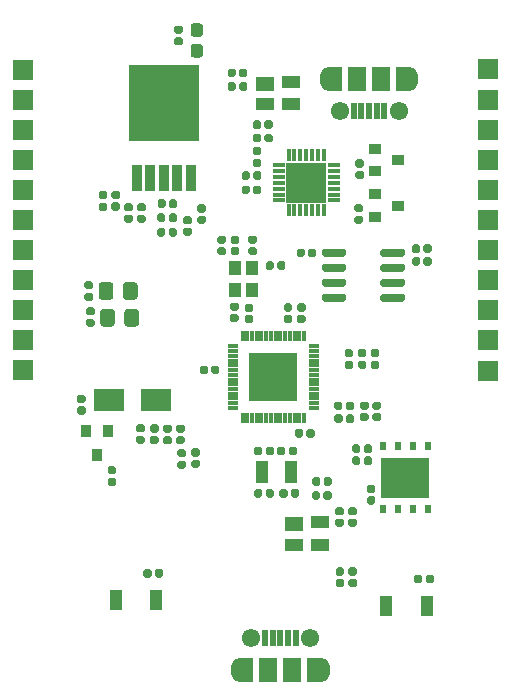
<source format=gbr>
%TF.GenerationSoftware,KiCad,Pcbnew,(5.1.6)-1*%
%TF.CreationDate,2022-05-16T14:52:33-05:00*%
%TF.ProjectId,ESP32-S2_Dev,45535033-322d-4533-925f-4465762e6b69,rev?*%
%TF.SameCoordinates,Original*%
%TF.FileFunction,Soldermask,Top*%
%TF.FilePolarity,Negative*%
%FSLAX46Y46*%
G04 Gerber Fmt 4.6, Leading zero omitted, Abs format (unit mm)*
G04 Created by KiCad (PCBNEW (5.1.6)-1) date 2022-05-16 14:52:33*
%MOMM*%
%LPD*%
G01*
G04 APERTURE LIST*
%ADD10R,1.800000X1.800000*%
%ADD11R,4.113200X4.113200*%
%ADD12R,0.304000X0.857199*%
%ADD13R,0.857199X0.304000*%
%ADD14R,1.300000X2.000000*%
%ADD15O,1.300000X2.000000*%
%ADD16R,1.600000X2.000000*%
%ADD17C,1.550000*%
%ADD18R,0.500000X1.450000*%
%ADD19R,1.000000X1.800000*%
%ADD20R,1.100000X1.900000*%
%ADD21R,1.050000X1.150000*%
%ADD22R,0.900000X2.300000*%
%ADD23R,5.900001X6.500000*%
%ADD24R,3.452800X3.452800*%
%ADD25R,1.060399X0.354800*%
%ADD26R,0.354800X1.060399*%
%ADD27R,4.100000X3.500000*%
%ADD28R,0.580000X0.800000*%
%ADD29R,1.000000X0.900000*%
%ADD30R,0.900000X1.000000*%
%ADD31R,1.500000X1.100000*%
%ADD32R,1.500000X1.300000*%
%ADD33R,2.600000X1.900000*%
G04 APERTURE END LIST*
%TO.C,C34*%
G36*
G01*
X123500500Y-95667000D02*
X123895500Y-95667000D01*
G75*
G02*
X124068000Y-95839500I0J-172500D01*
G01*
X124068000Y-96184500D01*
G75*
G02*
X123895500Y-96357000I-172500J0D01*
G01*
X123500500Y-96357000D01*
G75*
G02*
X123328000Y-96184500I0J172500D01*
G01*
X123328000Y-95839500D01*
G75*
G02*
X123500500Y-95667000I172500J0D01*
G01*
G37*
G36*
G01*
X123500500Y-94697000D02*
X123895500Y-94697000D01*
G75*
G02*
X124068000Y-94869500I0J-172500D01*
G01*
X124068000Y-95214500D01*
G75*
G02*
X123895500Y-95387000I-172500J0D01*
G01*
X123500500Y-95387000D01*
G75*
G02*
X123328000Y-95214500I0J172500D01*
G01*
X123328000Y-94869500D01*
G75*
G02*
X123500500Y-94697000I172500J0D01*
G01*
G37*
%TD*%
D10*
%TO.C,IO13*%
X100126800Y-95250000D03*
%TD*%
D11*
%TO.C,U3*%
X121335800Y-100939600D03*
D12*
X118735800Y-97487600D03*
X119135799Y-97487600D03*
X119535801Y-97487600D03*
X119935800Y-97487600D03*
X120335799Y-97487600D03*
X120735801Y-97487600D03*
X121135800Y-97487600D03*
X121535800Y-97487600D03*
X121935799Y-97487600D03*
X122335801Y-97487600D03*
X122735800Y-97487600D03*
X123135799Y-97487600D03*
X123535801Y-97487600D03*
X123935800Y-97487600D03*
D13*
X124787800Y-98339600D03*
X124787800Y-98739599D03*
X124787800Y-99139601D03*
X124787800Y-99539600D03*
X124787800Y-99939599D03*
X124787800Y-100339601D03*
X124787800Y-100739600D03*
X124787800Y-101139600D03*
X124787800Y-101539599D03*
X124787800Y-101939601D03*
X124787800Y-102339600D03*
X124787800Y-102739599D03*
X124787800Y-103139601D03*
X124787800Y-103539600D03*
D12*
X123935800Y-104391600D03*
X123535801Y-104391600D03*
X123135799Y-104391600D03*
X122735800Y-104391600D03*
X122335801Y-104391600D03*
X121935799Y-104391600D03*
X121535800Y-104391600D03*
X121135800Y-104391600D03*
X120735801Y-104391600D03*
X120335799Y-104391600D03*
X119935800Y-104391600D03*
X119535801Y-104391600D03*
X119135799Y-104391600D03*
X118735800Y-104391600D03*
D13*
X117883800Y-103539600D03*
X117883800Y-103139601D03*
X117883800Y-102739599D03*
X117883800Y-102339600D03*
X117883800Y-101939601D03*
X117883800Y-101539599D03*
X117883800Y-101139600D03*
X117883800Y-100739600D03*
X117883800Y-100339601D03*
X117883800Y-99939599D03*
X117883800Y-99539600D03*
X117883800Y-99139601D03*
X117883800Y-98739599D03*
X117883800Y-98339600D03*
%TD*%
D14*
%TO.C,UART1*%
X132349200Y-75735200D03*
X126549200Y-75735200D03*
D15*
X125949200Y-75735200D03*
X132949200Y-75735200D03*
D16*
X130449200Y-75735200D03*
D17*
X126949200Y-78435200D03*
D18*
X129449200Y-78435200D03*
X128799200Y-78435200D03*
X128149200Y-78435200D03*
X130749200Y-78435200D03*
X130099200Y-78435200D03*
D17*
X131949200Y-78435200D03*
D16*
X128449200Y-75735200D03*
%TD*%
%TO.C,C36*%
G36*
G01*
X110281100Y-105625600D02*
X109886100Y-105625600D01*
G75*
G02*
X109713600Y-105453100I0J172500D01*
G01*
X109713600Y-105108100D01*
G75*
G02*
X109886100Y-104935600I172500J0D01*
G01*
X110281100Y-104935600D01*
G75*
G02*
X110453600Y-105108100I0J-172500D01*
G01*
X110453600Y-105453100D01*
G75*
G02*
X110281100Y-105625600I-172500J0D01*
G01*
G37*
G36*
G01*
X110281100Y-106595600D02*
X109886100Y-106595600D01*
G75*
G02*
X109713600Y-106423100I0J172500D01*
G01*
X109713600Y-106078100D01*
G75*
G02*
X109886100Y-105905600I172500J0D01*
G01*
X110281100Y-105905600D01*
G75*
G02*
X110453600Y-106078100I0J-172500D01*
G01*
X110453600Y-106423100D01*
G75*
G02*
X110281100Y-106595600I-172500J0D01*
G01*
G37*
%TD*%
%TO.C,R41*%
G36*
G01*
X113873900Y-88278000D02*
X114268900Y-88278000D01*
G75*
G02*
X114441400Y-88450500I0J-172500D01*
G01*
X114441400Y-88795500D01*
G75*
G02*
X114268900Y-88968000I-172500J0D01*
G01*
X113873900Y-88968000D01*
G75*
G02*
X113701400Y-88795500I0J172500D01*
G01*
X113701400Y-88450500D01*
G75*
G02*
X113873900Y-88278000I172500J0D01*
G01*
G37*
G36*
G01*
X113873900Y-87308000D02*
X114268900Y-87308000D01*
G75*
G02*
X114441400Y-87480500I0J-172500D01*
G01*
X114441400Y-87825500D01*
G75*
G02*
X114268900Y-87998000I-172500J0D01*
G01*
X113873900Y-87998000D01*
G75*
G02*
X113701400Y-87825500I0J172500D01*
G01*
X113701400Y-87480500D01*
G75*
G02*
X113873900Y-87308000I172500J0D01*
G01*
G37*
%TD*%
D19*
%TO.C,RST1*%
X130911600Y-120319800D03*
X134311600Y-120319800D03*
%TD*%
%TO.C,R38*%
G36*
G01*
X111313400Y-117748700D02*
X111313400Y-117353700D01*
G75*
G02*
X111485900Y-117181200I172500J0D01*
G01*
X111830900Y-117181200D01*
G75*
G02*
X112003400Y-117353700I0J-172500D01*
G01*
X112003400Y-117748700D01*
G75*
G02*
X111830900Y-117921200I-172500J0D01*
G01*
X111485900Y-117921200D01*
G75*
G02*
X111313400Y-117748700I0J172500D01*
G01*
G37*
G36*
G01*
X110343400Y-117748700D02*
X110343400Y-117353700D01*
G75*
G02*
X110515900Y-117181200I172500J0D01*
G01*
X110860900Y-117181200D01*
G75*
G02*
X111033400Y-117353700I0J-172500D01*
G01*
X111033400Y-117748700D01*
G75*
G02*
X110860900Y-117921200I-172500J0D01*
G01*
X110515900Y-117921200D01*
G75*
G02*
X110343400Y-117748700I0J172500D01*
G01*
G37*
%TD*%
%TO.C,R37*%
G36*
G01*
X134229000Y-118231300D02*
X134229000Y-117836300D01*
G75*
G02*
X134401500Y-117663800I172500J0D01*
G01*
X134746500Y-117663800D01*
G75*
G02*
X134919000Y-117836300I0J-172500D01*
G01*
X134919000Y-118231300D01*
G75*
G02*
X134746500Y-118403800I-172500J0D01*
G01*
X134401500Y-118403800D01*
G75*
G02*
X134229000Y-118231300I0J172500D01*
G01*
G37*
G36*
G01*
X133259000Y-118231300D02*
X133259000Y-117836300D01*
G75*
G02*
X133431500Y-117663800I172500J0D01*
G01*
X133776500Y-117663800D01*
G75*
G02*
X133949000Y-117836300I0J-172500D01*
G01*
X133949000Y-118231300D01*
G75*
G02*
X133776500Y-118403800I-172500J0D01*
G01*
X133431500Y-118403800D01*
G75*
G02*
X133259000Y-118231300I0J172500D01*
G01*
G37*
%TD*%
%TO.C,BOOT1*%
X108028000Y-119837200D03*
X111428000Y-119837200D03*
%TD*%
D20*
%TO.C,Y2*%
X120345200Y-108991400D03*
X122845200Y-108991400D03*
%TD*%
D21*
%TO.C,Y1*%
X119534600Y-93522800D03*
X118084600Y-93522800D03*
X118084600Y-91672800D03*
X119534600Y-91672800D03*
%TD*%
%TO.C,USER_LED1*%
G36*
G01*
X114596300Y-72726800D02*
X115121300Y-72726800D01*
G75*
G02*
X115383800Y-72989300I0J-262500D01*
G01*
X115383800Y-73614300D01*
G75*
G02*
X115121300Y-73876800I-262500J0D01*
G01*
X114596300Y-73876800D01*
G75*
G02*
X114333800Y-73614300I0J262500D01*
G01*
X114333800Y-72989300D01*
G75*
G02*
X114596300Y-72726800I262500J0D01*
G01*
G37*
G36*
G01*
X114596300Y-70976800D02*
X115121300Y-70976800D01*
G75*
G02*
X115383800Y-71239300I0J-262500D01*
G01*
X115383800Y-71864300D01*
G75*
G02*
X115121300Y-72126800I-262500J0D01*
G01*
X114596300Y-72126800D01*
G75*
G02*
X114333800Y-71864300I0J262500D01*
G01*
X114333800Y-71239300D01*
G75*
G02*
X114596300Y-70976800I262500J0D01*
G01*
G37*
%TD*%
D14*
%TO.C,USB1*%
X119020000Y-125697500D03*
X124820000Y-125697500D03*
D15*
X125420000Y-125697500D03*
X118420000Y-125697500D03*
D16*
X120920000Y-125697500D03*
D17*
X124420000Y-122997500D03*
D18*
X121920000Y-122997500D03*
X122570000Y-122997500D03*
X123220000Y-122997500D03*
X120620000Y-122997500D03*
X121270000Y-122997500D03*
D17*
X119420000Y-122997500D03*
D16*
X122920000Y-125697500D03*
%TD*%
D22*
%TO.C,U2*%
X109784800Y-84057600D03*
X110924800Y-84057600D03*
X112064800Y-84057600D03*
X113204800Y-84057600D03*
X114344800Y-84057600D03*
D23*
X112064800Y-77757600D03*
%TD*%
D24*
%TO.C,U1*%
X124129800Y-84480400D03*
D25*
X126451500Y-82980400D03*
X126451500Y-83480399D03*
X126451500Y-83980401D03*
X126451500Y-84480400D03*
X126451500Y-84980399D03*
X126451500Y-85480401D03*
X126451500Y-85980400D03*
D26*
X125629800Y-86802100D03*
X125129801Y-86802100D03*
X124629799Y-86802100D03*
X124129800Y-86802100D03*
X123629801Y-86802100D03*
X123129799Y-86802100D03*
X122629800Y-86802100D03*
D25*
X121808100Y-85980400D03*
X121808100Y-85480401D03*
X121808100Y-84980399D03*
X121808100Y-84480400D03*
X121808100Y-83980401D03*
X121808100Y-83480399D03*
X121808100Y-82980400D03*
D26*
X122629800Y-82158700D03*
X123129799Y-82158700D03*
X123629801Y-82158700D03*
X124129800Y-82158700D03*
X124629799Y-82158700D03*
X125129801Y-82158700D03*
X125629800Y-82158700D03*
%TD*%
%TO.C,SRAM1*%
G36*
G01*
X130405800Y-90573600D02*
X130405800Y-90223600D01*
G75*
G02*
X130580800Y-90048600I175000J0D01*
G01*
X132280800Y-90048600D01*
G75*
G02*
X132455800Y-90223600I0J-175000D01*
G01*
X132455800Y-90573600D01*
G75*
G02*
X132280800Y-90748600I-175000J0D01*
G01*
X130580800Y-90748600D01*
G75*
G02*
X130405800Y-90573600I0J175000D01*
G01*
G37*
G36*
G01*
X130405800Y-91843600D02*
X130405800Y-91493600D01*
G75*
G02*
X130580800Y-91318600I175000J0D01*
G01*
X132280800Y-91318600D01*
G75*
G02*
X132455800Y-91493600I0J-175000D01*
G01*
X132455800Y-91843600D01*
G75*
G02*
X132280800Y-92018600I-175000J0D01*
G01*
X130580800Y-92018600D01*
G75*
G02*
X130405800Y-91843600I0J175000D01*
G01*
G37*
G36*
G01*
X130405800Y-93113600D02*
X130405800Y-92763600D01*
G75*
G02*
X130580800Y-92588600I175000J0D01*
G01*
X132280800Y-92588600D01*
G75*
G02*
X132455800Y-92763600I0J-175000D01*
G01*
X132455800Y-93113600D01*
G75*
G02*
X132280800Y-93288600I-175000J0D01*
G01*
X130580800Y-93288600D01*
G75*
G02*
X130405800Y-93113600I0J175000D01*
G01*
G37*
G36*
G01*
X130405800Y-94383600D02*
X130405800Y-94033600D01*
G75*
G02*
X130580800Y-93858600I175000J0D01*
G01*
X132280800Y-93858600D01*
G75*
G02*
X132455800Y-94033600I0J-175000D01*
G01*
X132455800Y-94383600D01*
G75*
G02*
X132280800Y-94558600I-175000J0D01*
G01*
X130580800Y-94558600D01*
G75*
G02*
X130405800Y-94383600I0J175000D01*
G01*
G37*
G36*
G01*
X125455800Y-94383600D02*
X125455800Y-94033600D01*
G75*
G02*
X125630800Y-93858600I175000J0D01*
G01*
X127330800Y-93858600D01*
G75*
G02*
X127505800Y-94033600I0J-175000D01*
G01*
X127505800Y-94383600D01*
G75*
G02*
X127330800Y-94558600I-175000J0D01*
G01*
X125630800Y-94558600D01*
G75*
G02*
X125455800Y-94383600I0J175000D01*
G01*
G37*
G36*
G01*
X125455800Y-93113600D02*
X125455800Y-92763600D01*
G75*
G02*
X125630800Y-92588600I175000J0D01*
G01*
X127330800Y-92588600D01*
G75*
G02*
X127505800Y-92763600I0J-175000D01*
G01*
X127505800Y-93113600D01*
G75*
G02*
X127330800Y-93288600I-175000J0D01*
G01*
X125630800Y-93288600D01*
G75*
G02*
X125455800Y-93113600I0J175000D01*
G01*
G37*
G36*
G01*
X125455800Y-91843600D02*
X125455800Y-91493600D01*
G75*
G02*
X125630800Y-91318600I175000J0D01*
G01*
X127330800Y-91318600D01*
G75*
G02*
X127505800Y-91493600I0J-175000D01*
G01*
X127505800Y-91843600D01*
G75*
G02*
X127330800Y-92018600I-175000J0D01*
G01*
X125630800Y-92018600D01*
G75*
G02*
X125455800Y-91843600I0J175000D01*
G01*
G37*
G36*
G01*
X125455800Y-90573600D02*
X125455800Y-90223600D01*
G75*
G02*
X125630800Y-90048600I175000J0D01*
G01*
X127330800Y-90048600D01*
G75*
G02*
X127505800Y-90223600I0J-175000D01*
G01*
X127505800Y-90573600D01*
G75*
G02*
X127330800Y-90748600I-175000J0D01*
G01*
X125630800Y-90748600D01*
G75*
G02*
X125455800Y-90573600I0J175000D01*
G01*
G37*
%TD*%
D27*
%TO.C,SPI_FLASH_16Mb1*%
X132490200Y-109484400D03*
D28*
X130593200Y-106770400D03*
X131863200Y-106770400D03*
X133133200Y-106770400D03*
X134403200Y-106770400D03*
X134403200Y-112070400D03*
X133133200Y-112070400D03*
X131863200Y-112070400D03*
X130593200Y-112070400D03*
%TD*%
%TO.C,RESET_EN1*%
G36*
G01*
X108595000Y-94128062D02*
X108595000Y-93171538D01*
G75*
G02*
X108866738Y-92899800I271738J0D01*
G01*
X109573262Y-92899800D01*
G75*
G02*
X109845000Y-93171538I0J-271738D01*
G01*
X109845000Y-94128062D01*
G75*
G02*
X109573262Y-94399800I-271738J0D01*
G01*
X108866738Y-94399800D01*
G75*
G02*
X108595000Y-94128062I0J271738D01*
G01*
G37*
G36*
G01*
X106545000Y-94128062D02*
X106545000Y-93171538D01*
G75*
G02*
X106816738Y-92899800I271738J0D01*
G01*
X107523262Y-92899800D01*
G75*
G02*
X107795000Y-93171538I0J-271738D01*
G01*
X107795000Y-94128062D01*
G75*
G02*
X107523262Y-94399800I-271738J0D01*
G01*
X106816738Y-94399800D01*
G75*
G02*
X106545000Y-94128062I0J271738D01*
G01*
G37*
%TD*%
%TO.C,R36*%
G36*
G01*
X121676600Y-91688300D02*
X121676600Y-91293300D01*
G75*
G02*
X121849100Y-91120800I172500J0D01*
G01*
X122194100Y-91120800D01*
G75*
G02*
X122366600Y-91293300I0J-172500D01*
G01*
X122366600Y-91688300D01*
G75*
G02*
X122194100Y-91860800I-172500J0D01*
G01*
X121849100Y-91860800D01*
G75*
G02*
X121676600Y-91688300I0J172500D01*
G01*
G37*
G36*
G01*
X120706600Y-91688300D02*
X120706600Y-91293300D01*
G75*
G02*
X120879100Y-91120800I172500J0D01*
G01*
X121224100Y-91120800D01*
G75*
G02*
X121396600Y-91293300I0J-172500D01*
G01*
X121396600Y-91688300D01*
G75*
G02*
X121224100Y-91860800I-172500J0D01*
G01*
X120879100Y-91860800D01*
G75*
G02*
X120706600Y-91688300I0J172500D01*
G01*
G37*
%TD*%
%TO.C,R35*%
G36*
G01*
X128834500Y-103972800D02*
X129229500Y-103972800D01*
G75*
G02*
X129402000Y-104145300I0J-172500D01*
G01*
X129402000Y-104490300D01*
G75*
G02*
X129229500Y-104662800I-172500J0D01*
G01*
X128834500Y-104662800D01*
G75*
G02*
X128662000Y-104490300I0J172500D01*
G01*
X128662000Y-104145300D01*
G75*
G02*
X128834500Y-103972800I172500J0D01*
G01*
G37*
G36*
G01*
X128834500Y-103002800D02*
X129229500Y-103002800D01*
G75*
G02*
X129402000Y-103175300I0J-172500D01*
G01*
X129402000Y-103520300D01*
G75*
G02*
X129229500Y-103692800I-172500J0D01*
G01*
X128834500Y-103692800D01*
G75*
G02*
X128662000Y-103520300I0J172500D01*
G01*
X128662000Y-103175300D01*
G75*
G02*
X128834500Y-103002800I172500J0D01*
G01*
G37*
%TD*%
%TO.C,R34*%
G36*
G01*
X129901300Y-103977600D02*
X130296300Y-103977600D01*
G75*
G02*
X130468800Y-104150100I0J-172500D01*
G01*
X130468800Y-104495100D01*
G75*
G02*
X130296300Y-104667600I-172500J0D01*
G01*
X129901300Y-104667600D01*
G75*
G02*
X129728800Y-104495100I0J172500D01*
G01*
X129728800Y-104150100D01*
G75*
G02*
X129901300Y-103977600I172500J0D01*
G01*
G37*
G36*
G01*
X129901300Y-103007600D02*
X130296300Y-103007600D01*
G75*
G02*
X130468800Y-103180100I0J-172500D01*
G01*
X130468800Y-103525100D01*
G75*
G02*
X130296300Y-103697600I-172500J0D01*
G01*
X129901300Y-103697600D01*
G75*
G02*
X129728800Y-103525100I0J172500D01*
G01*
X129728800Y-103180100D01*
G75*
G02*
X129901300Y-103007600I172500J0D01*
G01*
G37*
%TD*%
%TO.C,R33*%
G36*
G01*
X130143900Y-99252600D02*
X129748900Y-99252600D01*
G75*
G02*
X129576400Y-99080100I0J172500D01*
G01*
X129576400Y-98735100D01*
G75*
G02*
X129748900Y-98562600I172500J0D01*
G01*
X130143900Y-98562600D01*
G75*
G02*
X130316400Y-98735100I0J-172500D01*
G01*
X130316400Y-99080100D01*
G75*
G02*
X130143900Y-99252600I-172500J0D01*
G01*
G37*
G36*
G01*
X130143900Y-100222600D02*
X129748900Y-100222600D01*
G75*
G02*
X129576400Y-100050100I0J172500D01*
G01*
X129576400Y-99705100D01*
G75*
G02*
X129748900Y-99532600I172500J0D01*
G01*
X130143900Y-99532600D01*
G75*
G02*
X130316400Y-99705100I0J-172500D01*
G01*
X130316400Y-100050100D01*
G75*
G02*
X130143900Y-100222600I-172500J0D01*
G01*
G37*
%TD*%
%TO.C,R32*%
G36*
G01*
X129051700Y-99252600D02*
X128656700Y-99252600D01*
G75*
G02*
X128484200Y-99080100I0J172500D01*
G01*
X128484200Y-98735100D01*
G75*
G02*
X128656700Y-98562600I172500J0D01*
G01*
X129051700Y-98562600D01*
G75*
G02*
X129224200Y-98735100I0J-172500D01*
G01*
X129224200Y-99080100D01*
G75*
G02*
X129051700Y-99252600I-172500J0D01*
G01*
G37*
G36*
G01*
X129051700Y-100222600D02*
X128656700Y-100222600D01*
G75*
G02*
X128484200Y-100050100I0J172500D01*
G01*
X128484200Y-99705100D01*
G75*
G02*
X128656700Y-99532600I172500J0D01*
G01*
X129051700Y-99532600D01*
G75*
G02*
X129224200Y-99705100I0J-172500D01*
G01*
X129224200Y-100050100D01*
G75*
G02*
X129051700Y-100222600I-172500J0D01*
G01*
G37*
%TD*%
%TO.C,R31*%
G36*
G01*
X127934100Y-99275600D02*
X127539100Y-99275600D01*
G75*
G02*
X127366600Y-99103100I0J172500D01*
G01*
X127366600Y-98758100D01*
G75*
G02*
X127539100Y-98585600I172500J0D01*
G01*
X127934100Y-98585600D01*
G75*
G02*
X128106600Y-98758100I0J-172500D01*
G01*
X128106600Y-99103100D01*
G75*
G02*
X127934100Y-99275600I-172500J0D01*
G01*
G37*
G36*
G01*
X127934100Y-100245600D02*
X127539100Y-100245600D01*
G75*
G02*
X127366600Y-100073100I0J172500D01*
G01*
X127366600Y-99728100D01*
G75*
G02*
X127539100Y-99555600I172500J0D01*
G01*
X127934100Y-99555600D01*
G75*
G02*
X128106600Y-99728100I0J-172500D01*
G01*
X128106600Y-100073100D01*
G75*
G02*
X127934100Y-100245600I-172500J0D01*
G01*
G37*
%TD*%
%TO.C,R30*%
G36*
G01*
X122777900Y-95387000D02*
X122382900Y-95387000D01*
G75*
G02*
X122210400Y-95214500I0J172500D01*
G01*
X122210400Y-94869500D01*
G75*
G02*
X122382900Y-94697000I172500J0D01*
G01*
X122777900Y-94697000D01*
G75*
G02*
X122950400Y-94869500I0J-172500D01*
G01*
X122950400Y-95214500D01*
G75*
G02*
X122777900Y-95387000I-172500J0D01*
G01*
G37*
G36*
G01*
X122777900Y-96357000D02*
X122382900Y-96357000D01*
G75*
G02*
X122210400Y-96184500I0J172500D01*
G01*
X122210400Y-95839500D01*
G75*
G02*
X122382900Y-95667000I172500J0D01*
G01*
X122777900Y-95667000D01*
G75*
G02*
X122950400Y-95839500I0J-172500D01*
G01*
X122950400Y-96184500D01*
G75*
G02*
X122777900Y-96357000I-172500J0D01*
G01*
G37*
%TD*%
%TO.C,R28*%
G36*
G01*
X113506900Y-71877400D02*
X113111900Y-71877400D01*
G75*
G02*
X112939400Y-71704900I0J172500D01*
G01*
X112939400Y-71359900D01*
G75*
G02*
X113111900Y-71187400I172500J0D01*
G01*
X113506900Y-71187400D01*
G75*
G02*
X113679400Y-71359900I0J-172500D01*
G01*
X113679400Y-71704900D01*
G75*
G02*
X113506900Y-71877400I-172500J0D01*
G01*
G37*
G36*
G01*
X113506900Y-72847400D02*
X113111900Y-72847400D01*
G75*
G02*
X112939400Y-72674900I0J172500D01*
G01*
X112939400Y-72329900D01*
G75*
G02*
X113111900Y-72157400I172500J0D01*
G01*
X113506900Y-72157400D01*
G75*
G02*
X113679400Y-72329900I0J-172500D01*
G01*
X113679400Y-72674900D01*
G75*
G02*
X113506900Y-72847400I-172500J0D01*
G01*
G37*
%TD*%
%TO.C,R26*%
G36*
G01*
X105912300Y-93512200D02*
X105517300Y-93512200D01*
G75*
G02*
X105344800Y-93339700I0J172500D01*
G01*
X105344800Y-92994700D01*
G75*
G02*
X105517300Y-92822200I172500J0D01*
G01*
X105912300Y-92822200D01*
G75*
G02*
X106084800Y-92994700I0J-172500D01*
G01*
X106084800Y-93339700D01*
G75*
G02*
X105912300Y-93512200I-172500J0D01*
G01*
G37*
G36*
G01*
X105912300Y-94482200D02*
X105517300Y-94482200D01*
G75*
G02*
X105344800Y-94309700I0J172500D01*
G01*
X105344800Y-93964700D01*
G75*
G02*
X105517300Y-93792200I172500J0D01*
G01*
X105912300Y-93792200D01*
G75*
G02*
X106084800Y-93964700I0J-172500D01*
G01*
X106084800Y-94309700D01*
G75*
G02*
X105912300Y-94482200I-172500J0D01*
G01*
G37*
%TD*%
%TO.C,R24*%
G36*
G01*
X128238900Y-112638400D02*
X127843900Y-112638400D01*
G75*
G02*
X127671400Y-112465900I0J172500D01*
G01*
X127671400Y-112120900D01*
G75*
G02*
X127843900Y-111948400I172500J0D01*
G01*
X128238900Y-111948400D01*
G75*
G02*
X128411400Y-112120900I0J-172500D01*
G01*
X128411400Y-112465900D01*
G75*
G02*
X128238900Y-112638400I-172500J0D01*
G01*
G37*
G36*
G01*
X128238900Y-113608400D02*
X127843900Y-113608400D01*
G75*
G02*
X127671400Y-113435900I0J172500D01*
G01*
X127671400Y-113090900D01*
G75*
G02*
X127843900Y-112918400I172500J0D01*
G01*
X128238900Y-112918400D01*
G75*
G02*
X128411400Y-113090900I0J-172500D01*
G01*
X128411400Y-113435900D01*
G75*
G02*
X128238900Y-113608400I-172500J0D01*
G01*
G37*
%TD*%
%TO.C,R23*%
G36*
G01*
X112481800Y-88868900D02*
X112481800Y-88473900D01*
G75*
G02*
X112654300Y-88301400I172500J0D01*
G01*
X112999300Y-88301400D01*
G75*
G02*
X113171800Y-88473900I0J-172500D01*
G01*
X113171800Y-88868900D01*
G75*
G02*
X112999300Y-89041400I-172500J0D01*
G01*
X112654300Y-89041400D01*
G75*
G02*
X112481800Y-88868900I0J172500D01*
G01*
G37*
G36*
G01*
X111511800Y-88868900D02*
X111511800Y-88473900D01*
G75*
G02*
X111684300Y-88301400I172500J0D01*
G01*
X112029300Y-88301400D01*
G75*
G02*
X112201800Y-88473900I0J-172500D01*
G01*
X112201800Y-88868900D01*
G75*
G02*
X112029300Y-89041400I-172500J0D01*
G01*
X111684300Y-89041400D01*
G75*
G02*
X111511800Y-88868900I0J172500D01*
G01*
G37*
%TD*%
%TO.C,R22*%
G36*
G01*
X128772300Y-86982000D02*
X128377300Y-86982000D01*
G75*
G02*
X128204800Y-86809500I0J172500D01*
G01*
X128204800Y-86464500D01*
G75*
G02*
X128377300Y-86292000I172500J0D01*
G01*
X128772300Y-86292000D01*
G75*
G02*
X128944800Y-86464500I0J-172500D01*
G01*
X128944800Y-86809500D01*
G75*
G02*
X128772300Y-86982000I-172500J0D01*
G01*
G37*
G36*
G01*
X128772300Y-87952000D02*
X128377300Y-87952000D01*
G75*
G02*
X128204800Y-87779500I0J172500D01*
G01*
X128204800Y-87434500D01*
G75*
G02*
X128377300Y-87262000I172500J0D01*
G01*
X128772300Y-87262000D01*
G75*
G02*
X128944800Y-87434500I0J-172500D01*
G01*
X128944800Y-87779500D01*
G75*
G02*
X128772300Y-87952000I-172500J0D01*
G01*
G37*
%TD*%
%TO.C,R21*%
G36*
G01*
X128453500Y-83479800D02*
X128848500Y-83479800D01*
G75*
G02*
X129021000Y-83652300I0J-172500D01*
G01*
X129021000Y-83997300D01*
G75*
G02*
X128848500Y-84169800I-172500J0D01*
G01*
X128453500Y-84169800D01*
G75*
G02*
X128281000Y-83997300I0J172500D01*
G01*
X128281000Y-83652300D01*
G75*
G02*
X128453500Y-83479800I172500J0D01*
G01*
G37*
G36*
G01*
X128453500Y-82509800D02*
X128848500Y-82509800D01*
G75*
G02*
X129021000Y-82682300I0J-172500D01*
G01*
X129021000Y-83027300D01*
G75*
G02*
X128848500Y-83199800I-172500J0D01*
G01*
X128453500Y-83199800D01*
G75*
G02*
X128281000Y-83027300I0J172500D01*
G01*
X128281000Y-82682300D01*
G75*
G02*
X128453500Y-82509800I172500J0D01*
G01*
G37*
%TD*%
%TO.C,R20*%
G36*
G01*
X114559700Y-107940000D02*
X114954700Y-107940000D01*
G75*
G02*
X115127200Y-108112500I0J-172500D01*
G01*
X115127200Y-108457500D01*
G75*
G02*
X114954700Y-108630000I-172500J0D01*
G01*
X114559700Y-108630000D01*
G75*
G02*
X114387200Y-108457500I0J172500D01*
G01*
X114387200Y-108112500D01*
G75*
G02*
X114559700Y-107940000I172500J0D01*
G01*
G37*
G36*
G01*
X114559700Y-106970000D02*
X114954700Y-106970000D01*
G75*
G02*
X115127200Y-107142500I0J-172500D01*
G01*
X115127200Y-107487500D01*
G75*
G02*
X114954700Y-107660000I-172500J0D01*
G01*
X114559700Y-107660000D01*
G75*
G02*
X114387200Y-107487500I0J172500D01*
G01*
X114387200Y-107142500D01*
G75*
G02*
X114559700Y-106970000I172500J0D01*
G01*
G37*
%TD*%
%TO.C,R19*%
G36*
G01*
X127869300Y-118021400D02*
X128264300Y-118021400D01*
G75*
G02*
X128436800Y-118193900I0J-172500D01*
G01*
X128436800Y-118538900D01*
G75*
G02*
X128264300Y-118711400I-172500J0D01*
G01*
X127869300Y-118711400D01*
G75*
G02*
X127696800Y-118538900I0J172500D01*
G01*
X127696800Y-118193900D01*
G75*
G02*
X127869300Y-118021400I172500J0D01*
G01*
G37*
G36*
G01*
X127869300Y-117051400D02*
X128264300Y-117051400D01*
G75*
G02*
X128436800Y-117223900I0J-172500D01*
G01*
X128436800Y-117568900D01*
G75*
G02*
X128264300Y-117741400I-172500J0D01*
G01*
X127869300Y-117741400D01*
G75*
G02*
X127696800Y-117568900I0J172500D01*
G01*
X127696800Y-117223900D01*
G75*
G02*
X127869300Y-117051400I172500J0D01*
G01*
G37*
%TD*%
%TO.C,R18*%
G36*
G01*
X106039300Y-95719600D02*
X105644300Y-95719600D01*
G75*
G02*
X105471800Y-95547100I0J172500D01*
G01*
X105471800Y-95202100D01*
G75*
G02*
X105644300Y-95029600I172500J0D01*
G01*
X106039300Y-95029600D01*
G75*
G02*
X106211800Y-95202100I0J-172500D01*
G01*
X106211800Y-95547100D01*
G75*
G02*
X106039300Y-95719600I-172500J0D01*
G01*
G37*
G36*
G01*
X106039300Y-96689600D02*
X105644300Y-96689600D01*
G75*
G02*
X105471800Y-96517100I0J172500D01*
G01*
X105471800Y-96172100D01*
G75*
G02*
X105644300Y-95999600I172500J0D01*
G01*
X106039300Y-95999600D01*
G75*
G02*
X106211800Y-96172100I0J-172500D01*
G01*
X106211800Y-96517100D01*
G75*
G02*
X106039300Y-96689600I-172500J0D01*
G01*
G37*
%TD*%
%TO.C,R17*%
G36*
G01*
X115067700Y-87285000D02*
X115462700Y-87285000D01*
G75*
G02*
X115635200Y-87457500I0J-172500D01*
G01*
X115635200Y-87802500D01*
G75*
G02*
X115462700Y-87975000I-172500J0D01*
G01*
X115067700Y-87975000D01*
G75*
G02*
X114895200Y-87802500I0J172500D01*
G01*
X114895200Y-87457500D01*
G75*
G02*
X115067700Y-87285000I172500J0D01*
G01*
G37*
G36*
G01*
X115067700Y-86315000D02*
X115462700Y-86315000D01*
G75*
G02*
X115635200Y-86487500I0J-172500D01*
G01*
X115635200Y-86832500D01*
G75*
G02*
X115462700Y-87005000I-172500J0D01*
G01*
X115067700Y-87005000D01*
G75*
G02*
X114895200Y-86832500I0J172500D01*
G01*
X114895200Y-86487500D01*
G75*
G02*
X115067700Y-86315000I172500J0D01*
G01*
G37*
%TD*%
%TO.C,R16*%
G36*
G01*
X119080900Y-95697200D02*
X119475900Y-95697200D01*
G75*
G02*
X119648400Y-95869700I0J-172500D01*
G01*
X119648400Y-96214700D01*
G75*
G02*
X119475900Y-96387200I-172500J0D01*
G01*
X119080900Y-96387200D01*
G75*
G02*
X118908400Y-96214700I0J172500D01*
G01*
X118908400Y-95869700D01*
G75*
G02*
X119080900Y-95697200I172500J0D01*
G01*
G37*
G36*
G01*
X119080900Y-94727200D02*
X119475900Y-94727200D01*
G75*
G02*
X119648400Y-94899700I0J-172500D01*
G01*
X119648400Y-95244700D01*
G75*
G02*
X119475900Y-95417200I-172500J0D01*
G01*
X119080900Y-95417200D01*
G75*
G02*
X118908400Y-95244700I0J172500D01*
G01*
X118908400Y-94899700D01*
G75*
G02*
X119080900Y-94727200I172500J0D01*
G01*
G37*
%TD*%
%TO.C,R15*%
G36*
G01*
X112567100Y-105653400D02*
X112172100Y-105653400D01*
G75*
G02*
X111999600Y-105480900I0J172500D01*
G01*
X111999600Y-105135900D01*
G75*
G02*
X112172100Y-104963400I172500J0D01*
G01*
X112567100Y-104963400D01*
G75*
G02*
X112739600Y-105135900I0J-172500D01*
G01*
X112739600Y-105480900D01*
G75*
G02*
X112567100Y-105653400I-172500J0D01*
G01*
G37*
G36*
G01*
X112567100Y-106623400D02*
X112172100Y-106623400D01*
G75*
G02*
X111999600Y-106450900I0J172500D01*
G01*
X111999600Y-106105900D01*
G75*
G02*
X112172100Y-105933400I172500J0D01*
G01*
X112567100Y-105933400D01*
G75*
G02*
X112739600Y-106105900I0J-172500D01*
G01*
X112739600Y-106450900D01*
G75*
G02*
X112567100Y-106623400I-172500J0D01*
G01*
G37*
%TD*%
%TO.C,R14*%
G36*
G01*
X119619200Y-85287500D02*
X119619200Y-84892500D01*
G75*
G02*
X119791700Y-84720000I172500J0D01*
G01*
X120136700Y-84720000D01*
G75*
G02*
X120309200Y-84892500I0J-172500D01*
G01*
X120309200Y-85287500D01*
G75*
G02*
X120136700Y-85460000I-172500J0D01*
G01*
X119791700Y-85460000D01*
G75*
G02*
X119619200Y-85287500I0J172500D01*
G01*
G37*
G36*
G01*
X118649200Y-85287500D02*
X118649200Y-84892500D01*
G75*
G02*
X118821700Y-84720000I172500J0D01*
G01*
X119166700Y-84720000D01*
G75*
G02*
X119339200Y-84892500I0J-172500D01*
G01*
X119339200Y-85287500D01*
G75*
G02*
X119166700Y-85460000I-172500J0D01*
G01*
X118821700Y-85460000D01*
G75*
G02*
X118649200Y-85287500I0J172500D01*
G01*
G37*
%TD*%
%TO.C,R13*%
G36*
G01*
X118282100Y-89649000D02*
X117887100Y-89649000D01*
G75*
G02*
X117714600Y-89476500I0J172500D01*
G01*
X117714600Y-89131500D01*
G75*
G02*
X117887100Y-88959000I172500J0D01*
G01*
X118282100Y-88959000D01*
G75*
G02*
X118454600Y-89131500I0J-172500D01*
G01*
X118454600Y-89476500D01*
G75*
G02*
X118282100Y-89649000I-172500J0D01*
G01*
G37*
G36*
G01*
X118282100Y-90619000D02*
X117887100Y-90619000D01*
G75*
G02*
X117714600Y-90446500I0J172500D01*
G01*
X117714600Y-90101500D01*
G75*
G02*
X117887100Y-89929000I172500J0D01*
G01*
X118282100Y-89929000D01*
G75*
G02*
X118454600Y-90101500I0J-172500D01*
G01*
X118454600Y-90446500D01*
G75*
G02*
X118282100Y-90619000I-172500J0D01*
G01*
G37*
%TD*%
%TO.C,R12*%
G36*
G01*
X113659300Y-105648600D02*
X113264300Y-105648600D01*
G75*
G02*
X113091800Y-105476100I0J172500D01*
G01*
X113091800Y-105131100D01*
G75*
G02*
X113264300Y-104958600I172500J0D01*
G01*
X113659300Y-104958600D01*
G75*
G02*
X113831800Y-105131100I0J-172500D01*
G01*
X113831800Y-105476100D01*
G75*
G02*
X113659300Y-105648600I-172500J0D01*
G01*
G37*
G36*
G01*
X113659300Y-106618600D02*
X113264300Y-106618600D01*
G75*
G02*
X113091800Y-106446100I0J172500D01*
G01*
X113091800Y-106101100D01*
G75*
G02*
X113264300Y-105928600I172500J0D01*
G01*
X113659300Y-105928600D01*
G75*
G02*
X113831800Y-106101100I0J-172500D01*
G01*
X113831800Y-106446100D01*
G75*
G02*
X113659300Y-106618600I-172500J0D01*
G01*
G37*
%TD*%
%TO.C,R11*%
G36*
G01*
X119644600Y-84068300D02*
X119644600Y-83673300D01*
G75*
G02*
X119817100Y-83500800I172500J0D01*
G01*
X120162100Y-83500800D01*
G75*
G02*
X120334600Y-83673300I0J-172500D01*
G01*
X120334600Y-84068300D01*
G75*
G02*
X120162100Y-84240800I-172500J0D01*
G01*
X119817100Y-84240800D01*
G75*
G02*
X119644600Y-84068300I0J172500D01*
G01*
G37*
G36*
G01*
X118674600Y-84068300D02*
X118674600Y-83673300D01*
G75*
G02*
X118847100Y-83500800I172500J0D01*
G01*
X119192100Y-83500800D01*
G75*
G02*
X119364600Y-83673300I0J-172500D01*
G01*
X119364600Y-84068300D01*
G75*
G02*
X119192100Y-84240800I-172500J0D01*
G01*
X118847100Y-84240800D01*
G75*
G02*
X118674600Y-84068300I0J172500D01*
G01*
G37*
%TD*%
%TO.C,R10*%
G36*
G01*
X119766700Y-82438400D02*
X120161700Y-82438400D01*
G75*
G02*
X120334200Y-82610900I0J-172500D01*
G01*
X120334200Y-82955900D01*
G75*
G02*
X120161700Y-83128400I-172500J0D01*
G01*
X119766700Y-83128400D01*
G75*
G02*
X119594200Y-82955900I0J172500D01*
G01*
X119594200Y-82610900D01*
G75*
G02*
X119766700Y-82438400I172500J0D01*
G01*
G37*
G36*
G01*
X119766700Y-81468400D02*
X120161700Y-81468400D01*
G75*
G02*
X120334200Y-81640900I0J-172500D01*
G01*
X120334200Y-81985900D01*
G75*
G02*
X120161700Y-82158400I-172500J0D01*
G01*
X119766700Y-82158400D01*
G75*
G02*
X119594200Y-81985900I0J172500D01*
G01*
X119594200Y-81640900D01*
G75*
G02*
X119766700Y-81468400I172500J0D01*
G01*
G37*
%TD*%
%TO.C,R8*%
G36*
G01*
X122641800Y-107385500D02*
X122641800Y-106990500D01*
G75*
G02*
X122814300Y-106818000I172500J0D01*
G01*
X123159300Y-106818000D01*
G75*
G02*
X123331800Y-106990500I0J-172500D01*
G01*
X123331800Y-107385500D01*
G75*
G02*
X123159300Y-107558000I-172500J0D01*
G01*
X122814300Y-107558000D01*
G75*
G02*
X122641800Y-107385500I0J172500D01*
G01*
G37*
G36*
G01*
X121671800Y-107385500D02*
X121671800Y-106990500D01*
G75*
G02*
X121844300Y-106818000I172500J0D01*
G01*
X122189300Y-106818000D01*
G75*
G02*
X122361800Y-106990500I0J-172500D01*
G01*
X122361800Y-107385500D01*
G75*
G02*
X122189300Y-107558000I-172500J0D01*
G01*
X121844300Y-107558000D01*
G75*
G02*
X121671800Y-107385500I0J172500D01*
G01*
G37*
%TD*%
%TO.C,R7*%
G36*
G01*
X107803300Y-86144400D02*
X108198300Y-86144400D01*
G75*
G02*
X108370800Y-86316900I0J-172500D01*
G01*
X108370800Y-86661900D01*
G75*
G02*
X108198300Y-86834400I-172500J0D01*
G01*
X107803300Y-86834400D01*
G75*
G02*
X107630800Y-86661900I0J172500D01*
G01*
X107630800Y-86316900D01*
G75*
G02*
X107803300Y-86144400I172500J0D01*
G01*
G37*
G36*
G01*
X107803300Y-85174400D02*
X108198300Y-85174400D01*
G75*
G02*
X108370800Y-85346900I0J-172500D01*
G01*
X108370800Y-85691900D01*
G75*
G02*
X108198300Y-85864400I-172500J0D01*
G01*
X107803300Y-85864400D01*
G75*
G02*
X107630800Y-85691900I0J172500D01*
G01*
X107630800Y-85346900D01*
G75*
G02*
X107803300Y-85174400I172500J0D01*
G01*
G37*
%TD*%
%TO.C,R6*%
G36*
G01*
X107868100Y-109179200D02*
X107473100Y-109179200D01*
G75*
G02*
X107300600Y-109006700I0J172500D01*
G01*
X107300600Y-108661700D01*
G75*
G02*
X107473100Y-108489200I172500J0D01*
G01*
X107868100Y-108489200D01*
G75*
G02*
X108040600Y-108661700I0J-172500D01*
G01*
X108040600Y-109006700D01*
G75*
G02*
X107868100Y-109179200I-172500J0D01*
G01*
G37*
G36*
G01*
X107868100Y-110149200D02*
X107473100Y-110149200D01*
G75*
G02*
X107300600Y-109976700I0J172500D01*
G01*
X107300600Y-109631700D01*
G75*
G02*
X107473100Y-109459200I172500J0D01*
G01*
X107868100Y-109459200D01*
G75*
G02*
X108040600Y-109631700I0J-172500D01*
G01*
X108040600Y-109976700D01*
G75*
G02*
X107868100Y-110149200I-172500J0D01*
G01*
G37*
%TD*%
%TO.C,R5*%
G36*
G01*
X120690800Y-107385500D02*
X120690800Y-106990500D01*
G75*
G02*
X120863300Y-106818000I172500J0D01*
G01*
X121208300Y-106818000D01*
G75*
G02*
X121380800Y-106990500I0J-172500D01*
G01*
X121380800Y-107385500D01*
G75*
G02*
X121208300Y-107558000I-172500J0D01*
G01*
X120863300Y-107558000D01*
G75*
G02*
X120690800Y-107385500I0J172500D01*
G01*
G37*
G36*
G01*
X119720800Y-107385500D02*
X119720800Y-106990500D01*
G75*
G02*
X119893300Y-106818000I172500J0D01*
G01*
X120238300Y-106818000D01*
G75*
G02*
X120410800Y-106990500I0J-172500D01*
G01*
X120410800Y-107385500D01*
G75*
G02*
X120238300Y-107558000I-172500J0D01*
G01*
X119893300Y-107558000D01*
G75*
G02*
X119720800Y-107385500I0J172500D01*
G01*
G37*
%TD*%
%TO.C,R4*%
G36*
G01*
X124272200Y-90621500D02*
X124272200Y-90226500D01*
G75*
G02*
X124444700Y-90054000I172500J0D01*
G01*
X124789700Y-90054000D01*
G75*
G02*
X124962200Y-90226500I0J-172500D01*
G01*
X124962200Y-90621500D01*
G75*
G02*
X124789700Y-90794000I-172500J0D01*
G01*
X124444700Y-90794000D01*
G75*
G02*
X124272200Y-90621500I0J172500D01*
G01*
G37*
G36*
G01*
X123302200Y-90621500D02*
X123302200Y-90226500D01*
G75*
G02*
X123474700Y-90054000I172500J0D01*
G01*
X123819700Y-90054000D01*
G75*
G02*
X123992200Y-90226500I0J-172500D01*
G01*
X123992200Y-90621500D01*
G75*
G02*
X123819700Y-90794000I-172500J0D01*
G01*
X123474700Y-90794000D01*
G75*
G02*
X123302200Y-90621500I0J172500D01*
G01*
G37*
%TD*%
%TO.C,R3*%
G36*
G01*
X129418700Y-111034000D02*
X129813700Y-111034000D01*
G75*
G02*
X129986200Y-111206500I0J-172500D01*
G01*
X129986200Y-111551500D01*
G75*
G02*
X129813700Y-111724000I-172500J0D01*
G01*
X129418700Y-111724000D01*
G75*
G02*
X129246200Y-111551500I0J172500D01*
G01*
X129246200Y-111206500D01*
G75*
G02*
X129418700Y-111034000I172500J0D01*
G01*
G37*
G36*
G01*
X129418700Y-110064000D02*
X129813700Y-110064000D01*
G75*
G02*
X129986200Y-110236500I0J-172500D01*
G01*
X129986200Y-110581500D01*
G75*
G02*
X129813700Y-110754000I-172500J0D01*
G01*
X129418700Y-110754000D01*
G75*
G02*
X129246200Y-110581500I0J172500D01*
G01*
X129246200Y-110236500D01*
G75*
G02*
X129418700Y-110064000I172500J0D01*
G01*
G37*
%TD*%
%TO.C,R2*%
G36*
G01*
X119780700Y-89649000D02*
X119385700Y-89649000D01*
G75*
G02*
X119213200Y-89476500I0J172500D01*
G01*
X119213200Y-89131500D01*
G75*
G02*
X119385700Y-88959000I172500J0D01*
G01*
X119780700Y-88959000D01*
G75*
G02*
X119953200Y-89131500I0J-172500D01*
G01*
X119953200Y-89476500D01*
G75*
G02*
X119780700Y-89649000I-172500J0D01*
G01*
G37*
G36*
G01*
X119780700Y-90619000D02*
X119385700Y-90619000D01*
G75*
G02*
X119213200Y-90446500I0J172500D01*
G01*
X119213200Y-90101500D01*
G75*
G02*
X119385700Y-89929000I172500J0D01*
G01*
X119780700Y-89929000D01*
G75*
G02*
X119953200Y-90101500I0J-172500D01*
G01*
X119953200Y-90446500D01*
G75*
G02*
X119780700Y-90619000I-172500J0D01*
G01*
G37*
%TD*%
%TO.C,R1*%
G36*
G01*
X105277300Y-103134000D02*
X104882300Y-103134000D01*
G75*
G02*
X104709800Y-102961500I0J172500D01*
G01*
X104709800Y-102616500D01*
G75*
G02*
X104882300Y-102444000I172500J0D01*
G01*
X105277300Y-102444000D01*
G75*
G02*
X105449800Y-102616500I0J-172500D01*
G01*
X105449800Y-102961500D01*
G75*
G02*
X105277300Y-103134000I-172500J0D01*
G01*
G37*
G36*
G01*
X105277300Y-104104000D02*
X104882300Y-104104000D01*
G75*
G02*
X104709800Y-103931500I0J172500D01*
G01*
X104709800Y-103586500D01*
G75*
G02*
X104882300Y-103414000I172500J0D01*
G01*
X105277300Y-103414000D01*
G75*
G02*
X105449800Y-103586500I0J-172500D01*
G01*
X105449800Y-103931500D01*
G75*
G02*
X105277300Y-104104000I-172500J0D01*
G01*
G37*
%TD*%
D29*
%TO.C,Q3*%
X131921000Y-86421000D03*
X129921000Y-87371000D03*
X129921000Y-85471000D03*
%TD*%
%TO.C,Q2*%
X131921000Y-82534800D03*
X129921000Y-83484800D03*
X129921000Y-81584800D03*
%TD*%
D30*
%TO.C,Q1*%
X106410800Y-107511600D03*
X105460800Y-105511600D03*
X107360800Y-105511600D03*
%TD*%
%TO.C,POWER_ON1*%
G36*
G01*
X108722000Y-96388662D02*
X108722000Y-95432138D01*
G75*
G02*
X108993738Y-95160400I271738J0D01*
G01*
X109700262Y-95160400D01*
G75*
G02*
X109972000Y-95432138I0J-271738D01*
G01*
X109972000Y-96388662D01*
G75*
G02*
X109700262Y-96660400I-271738J0D01*
G01*
X108993738Y-96660400D01*
G75*
G02*
X108722000Y-96388662I0J271738D01*
G01*
G37*
G36*
G01*
X106672000Y-96388662D02*
X106672000Y-95432138D01*
G75*
G02*
X106943738Y-95160400I271738J0D01*
G01*
X107650262Y-95160400D01*
G75*
G02*
X107922000Y-95432138I0J-271738D01*
G01*
X107922000Y-96388662D01*
G75*
G02*
X107650262Y-96660400I-271738J0D01*
G01*
X106943738Y-96660400D01*
G75*
G02*
X106672000Y-96388662I0J271738D01*
G01*
G37*
%TD*%
D10*
%TO.C,DAC1*%
X100126800Y-100330000D03*
%TD*%
%TO.C,IO46*%
X100126800Y-77470000D03*
%TD*%
%TO.C,IO45*%
X100126800Y-74955400D03*
%TD*%
%TO.C,IO42*%
X139522200Y-74853800D03*
%TD*%
%TO.C,IO41*%
X139522200Y-77470000D03*
%TD*%
%TO.C,IO40*%
X139522200Y-80010000D03*
%TD*%
%TO.C,IO39*%
X139522200Y-82550000D03*
%TD*%
%TO.C,IO38*%
X139496800Y-85090000D03*
%TD*%
%TO.C,IO37*%
X139522200Y-87630000D03*
%TD*%
%TO.C,IO36*%
X139522200Y-90170000D03*
%TD*%
%TO.C,IO35*%
X139522200Y-92710000D03*
%TD*%
%TO.C,IO34*%
X139522200Y-95250000D03*
%TD*%
%TO.C,IO33*%
X139522200Y-97790000D03*
%TD*%
%TO.C,IO21*%
X139522200Y-100431600D03*
%TD*%
%TO.C,IO14*%
X100126800Y-97790000D03*
%TD*%
%TO.C,IO11*%
X100126800Y-92710000D03*
%TD*%
%TO.C,IO10*%
X100126800Y-90170000D03*
%TD*%
%TO.C,IO9*%
X100126800Y-87630000D03*
%TD*%
%TO.C,IO8*%
X100126800Y-85090000D03*
%TD*%
%TO.C,IO7*%
X100126800Y-82550000D03*
%TD*%
%TO.C,IO6*%
X100126800Y-80010000D03*
%TD*%
D31*
%TO.C,D3*%
X122799200Y-75943800D03*
X122799200Y-77843800D03*
X120599200Y-77843800D03*
D32*
X120599200Y-76123800D03*
%TD*%
D31*
%TO.C,D2*%
X125316200Y-113215200D03*
X125316200Y-115115200D03*
X123116200Y-115115200D03*
D32*
X123116200Y-113395200D03*
%TD*%
D33*
%TO.C,D1*%
X107391200Y-102870000D03*
X111391200Y-102870000D03*
%TD*%
%TO.C,C35*%
G36*
G01*
X127190200Y-103180500D02*
X127190200Y-103575500D01*
G75*
G02*
X127017700Y-103748000I-172500J0D01*
G01*
X126672700Y-103748000D01*
G75*
G02*
X126500200Y-103575500I0J172500D01*
G01*
X126500200Y-103180500D01*
G75*
G02*
X126672700Y-103008000I172500J0D01*
G01*
X127017700Y-103008000D01*
G75*
G02*
X127190200Y-103180500I0J-172500D01*
G01*
G37*
G36*
G01*
X128160200Y-103180500D02*
X128160200Y-103575500D01*
G75*
G02*
X127987700Y-103748000I-172500J0D01*
G01*
X127642700Y-103748000D01*
G75*
G02*
X127470200Y-103575500I0J172500D01*
G01*
X127470200Y-103180500D01*
G75*
G02*
X127642700Y-103008000I172500J0D01*
G01*
X127987700Y-103008000D01*
G75*
G02*
X128160200Y-103180500I0J-172500D01*
G01*
G37*
%TD*%
%TO.C,C33*%
G36*
G01*
X127199600Y-104273700D02*
X127199600Y-104668700D01*
G75*
G02*
X127027100Y-104841200I-172500J0D01*
G01*
X126682100Y-104841200D01*
G75*
G02*
X126509600Y-104668700I0J172500D01*
G01*
X126509600Y-104273700D01*
G75*
G02*
X126682100Y-104101200I172500J0D01*
G01*
X127027100Y-104101200D01*
G75*
G02*
X127199600Y-104273700I0J-172500D01*
G01*
G37*
G36*
G01*
X128169600Y-104273700D02*
X128169600Y-104668700D01*
G75*
G02*
X127997100Y-104841200I-172500J0D01*
G01*
X127652100Y-104841200D01*
G75*
G02*
X127479600Y-104668700I0J172500D01*
G01*
X127479600Y-104273700D01*
G75*
G02*
X127652100Y-104101200I172500J0D01*
G01*
X127997100Y-104101200D01*
G75*
G02*
X128169600Y-104273700I0J-172500D01*
G01*
G37*
%TD*%
%TO.C,C31*%
G36*
G01*
X123865200Y-105491900D02*
X123865200Y-105886900D01*
G75*
G02*
X123692700Y-106059400I-172500J0D01*
G01*
X123347700Y-106059400D01*
G75*
G02*
X123175200Y-105886900I0J172500D01*
G01*
X123175200Y-105491900D01*
G75*
G02*
X123347700Y-105319400I172500J0D01*
G01*
X123692700Y-105319400D01*
G75*
G02*
X123865200Y-105491900I0J-172500D01*
G01*
G37*
G36*
G01*
X124835200Y-105491900D02*
X124835200Y-105886900D01*
G75*
G02*
X124662700Y-106059400I-172500J0D01*
G01*
X124317700Y-106059400D01*
G75*
G02*
X124145200Y-105886900I0J172500D01*
G01*
X124145200Y-105491900D01*
G75*
G02*
X124317700Y-105319400I172500J0D01*
G01*
X124662700Y-105319400D01*
G75*
G02*
X124835200Y-105491900I0J-172500D01*
G01*
G37*
%TD*%
%TO.C,C29*%
G36*
G01*
X116088600Y-100527500D02*
X116088600Y-100132500D01*
G75*
G02*
X116261100Y-99960000I172500J0D01*
G01*
X116606100Y-99960000D01*
G75*
G02*
X116778600Y-100132500I0J-172500D01*
G01*
X116778600Y-100527500D01*
G75*
G02*
X116606100Y-100700000I-172500J0D01*
G01*
X116261100Y-100700000D01*
G75*
G02*
X116088600Y-100527500I0J172500D01*
G01*
G37*
G36*
G01*
X115118600Y-100527500D02*
X115118600Y-100132500D01*
G75*
G02*
X115291100Y-99960000I172500J0D01*
G01*
X115636100Y-99960000D01*
G75*
G02*
X115808600Y-100132500I0J-172500D01*
G01*
X115808600Y-100527500D01*
G75*
G02*
X115636100Y-100700000I-172500J0D01*
G01*
X115291100Y-100700000D01*
G75*
G02*
X115118600Y-100527500I0J172500D01*
G01*
G37*
%TD*%
%TO.C,C25*%
G36*
G01*
X126751700Y-112916000D02*
X127146700Y-112916000D01*
G75*
G02*
X127319200Y-113088500I0J-172500D01*
G01*
X127319200Y-113433500D01*
G75*
G02*
X127146700Y-113606000I-172500J0D01*
G01*
X126751700Y-113606000D01*
G75*
G02*
X126579200Y-113433500I0J172500D01*
G01*
X126579200Y-113088500D01*
G75*
G02*
X126751700Y-112916000I172500J0D01*
G01*
G37*
G36*
G01*
X126751700Y-111946000D02*
X127146700Y-111946000D01*
G75*
G02*
X127319200Y-112118500I0J-172500D01*
G01*
X127319200Y-112463500D01*
G75*
G02*
X127146700Y-112636000I-172500J0D01*
G01*
X126751700Y-112636000D01*
G75*
G02*
X126579200Y-112463500I0J172500D01*
G01*
X126579200Y-112118500D01*
G75*
G02*
X126751700Y-111946000I172500J0D01*
G01*
G37*
%TD*%
%TO.C,C23*%
G36*
G01*
X112486600Y-87649700D02*
X112486600Y-87254700D01*
G75*
G02*
X112659100Y-87082200I172500J0D01*
G01*
X113004100Y-87082200D01*
G75*
G02*
X113176600Y-87254700I0J-172500D01*
G01*
X113176600Y-87649700D01*
G75*
G02*
X113004100Y-87822200I-172500J0D01*
G01*
X112659100Y-87822200D01*
G75*
G02*
X112486600Y-87649700I0J172500D01*
G01*
G37*
G36*
G01*
X111516600Y-87649700D02*
X111516600Y-87254700D01*
G75*
G02*
X111689100Y-87082200I172500J0D01*
G01*
X112034100Y-87082200D01*
G75*
G02*
X112206600Y-87254700I0J-172500D01*
G01*
X112206600Y-87649700D01*
G75*
G02*
X112034100Y-87822200I-172500J0D01*
G01*
X111689100Y-87822200D01*
G75*
G02*
X111516600Y-87649700I0J172500D01*
G01*
G37*
%TD*%
%TO.C,C21*%
G36*
G01*
X127172100Y-117741400D02*
X126777100Y-117741400D01*
G75*
G02*
X126604600Y-117568900I0J172500D01*
G01*
X126604600Y-117223900D01*
G75*
G02*
X126777100Y-117051400I172500J0D01*
G01*
X127172100Y-117051400D01*
G75*
G02*
X127344600Y-117223900I0J-172500D01*
G01*
X127344600Y-117568900D01*
G75*
G02*
X127172100Y-117741400I-172500J0D01*
G01*
G37*
G36*
G01*
X127172100Y-118711400D02*
X126777100Y-118711400D01*
G75*
G02*
X126604600Y-118538900I0J172500D01*
G01*
X126604600Y-118193900D01*
G75*
G02*
X126777100Y-118021400I172500J0D01*
G01*
X127172100Y-118021400D01*
G75*
G02*
X127344600Y-118193900I0J-172500D01*
G01*
X127344600Y-118538900D01*
G75*
G02*
X127172100Y-118711400I-172500J0D01*
G01*
G37*
%TD*%
%TO.C,C20*%
G36*
G01*
X112507200Y-86455900D02*
X112507200Y-86060900D01*
G75*
G02*
X112679700Y-85888400I172500J0D01*
G01*
X113024700Y-85888400D01*
G75*
G02*
X113197200Y-86060900I0J-172500D01*
G01*
X113197200Y-86455900D01*
G75*
G02*
X113024700Y-86628400I-172500J0D01*
G01*
X112679700Y-86628400D01*
G75*
G02*
X112507200Y-86455900I0J172500D01*
G01*
G37*
G36*
G01*
X111537200Y-86455900D02*
X111537200Y-86060900D01*
G75*
G02*
X111709700Y-85888400I172500J0D01*
G01*
X112054700Y-85888400D01*
G75*
G02*
X112227200Y-86060900I0J-172500D01*
G01*
X112227200Y-86455900D01*
G75*
G02*
X112054700Y-86628400I-172500J0D01*
G01*
X111709700Y-86628400D01*
G75*
G02*
X111537200Y-86455900I0J172500D01*
G01*
G37*
%TD*%
%TO.C,C19*%
G36*
G01*
X133771200Y-89870900D02*
X133771200Y-90265900D01*
G75*
G02*
X133598700Y-90438400I-172500J0D01*
G01*
X133253700Y-90438400D01*
G75*
G02*
X133081200Y-90265900I0J172500D01*
G01*
X133081200Y-89870900D01*
G75*
G02*
X133253700Y-89698400I172500J0D01*
G01*
X133598700Y-89698400D01*
G75*
G02*
X133771200Y-89870900I0J-172500D01*
G01*
G37*
G36*
G01*
X134741200Y-89870900D02*
X134741200Y-90265900D01*
G75*
G02*
X134568700Y-90438400I-172500J0D01*
G01*
X134223700Y-90438400D01*
G75*
G02*
X134051200Y-90265900I0J172500D01*
G01*
X134051200Y-89870900D01*
G75*
G02*
X134223700Y-89698400I172500J0D01*
G01*
X134568700Y-89698400D01*
G75*
G02*
X134741200Y-89870900I0J-172500D01*
G01*
G37*
%TD*%
%TO.C,C18*%
G36*
G01*
X128991800Y-108223700D02*
X128991800Y-107828700D01*
G75*
G02*
X129164300Y-107656200I172500J0D01*
G01*
X129509300Y-107656200D01*
G75*
G02*
X129681800Y-107828700I0J-172500D01*
G01*
X129681800Y-108223700D01*
G75*
G02*
X129509300Y-108396200I-172500J0D01*
G01*
X129164300Y-108396200D01*
G75*
G02*
X128991800Y-108223700I0J172500D01*
G01*
G37*
G36*
G01*
X128021800Y-108223700D02*
X128021800Y-107828700D01*
G75*
G02*
X128194300Y-107656200I172500J0D01*
G01*
X128539300Y-107656200D01*
G75*
G02*
X128711800Y-107828700I0J-172500D01*
G01*
X128711800Y-108223700D01*
G75*
G02*
X128539300Y-108396200I-172500J0D01*
G01*
X128194300Y-108396200D01*
G75*
G02*
X128021800Y-108223700I0J172500D01*
G01*
G37*
%TD*%
%TO.C,C17*%
G36*
G01*
X133771200Y-90937700D02*
X133771200Y-91332700D01*
G75*
G02*
X133598700Y-91505200I-172500J0D01*
G01*
X133253700Y-91505200D01*
G75*
G02*
X133081200Y-91332700I0J172500D01*
G01*
X133081200Y-90937700D01*
G75*
G02*
X133253700Y-90765200I172500J0D01*
G01*
X133598700Y-90765200D01*
G75*
G02*
X133771200Y-90937700I0J-172500D01*
G01*
G37*
G36*
G01*
X134741200Y-90937700D02*
X134741200Y-91332700D01*
G75*
G02*
X134568700Y-91505200I-172500J0D01*
G01*
X134223700Y-91505200D01*
G75*
G02*
X134051200Y-91332700I0J172500D01*
G01*
X134051200Y-90937700D01*
G75*
G02*
X134223700Y-90765200I172500J0D01*
G01*
X134568700Y-90765200D01*
G75*
G02*
X134741200Y-90937700I0J-172500D01*
G01*
G37*
%TD*%
%TO.C,C16*%
G36*
G01*
X118450800Y-76524500D02*
X118450800Y-76129500D01*
G75*
G02*
X118623300Y-75957000I172500J0D01*
G01*
X118968300Y-75957000D01*
G75*
G02*
X119140800Y-76129500I0J-172500D01*
G01*
X119140800Y-76524500D01*
G75*
G02*
X118968300Y-76697000I-172500J0D01*
G01*
X118623300Y-76697000D01*
G75*
G02*
X118450800Y-76524500I0J172500D01*
G01*
G37*
G36*
G01*
X117480800Y-76524500D02*
X117480800Y-76129500D01*
G75*
G02*
X117653300Y-75957000I172500J0D01*
G01*
X117998300Y-75957000D01*
G75*
G02*
X118170800Y-76129500I0J-172500D01*
G01*
X118170800Y-76524500D01*
G75*
G02*
X117998300Y-76697000I-172500J0D01*
G01*
X117653300Y-76697000D01*
G75*
G02*
X117480800Y-76524500I0J172500D01*
G01*
G37*
%TD*%
%TO.C,C15*%
G36*
G01*
X128991800Y-107207700D02*
X128991800Y-106812700D01*
G75*
G02*
X129164300Y-106640200I172500J0D01*
G01*
X129509300Y-106640200D01*
G75*
G02*
X129681800Y-106812700I0J-172500D01*
G01*
X129681800Y-107207700D01*
G75*
G02*
X129509300Y-107380200I-172500J0D01*
G01*
X129164300Y-107380200D01*
G75*
G02*
X128991800Y-107207700I0J172500D01*
G01*
G37*
G36*
G01*
X128021800Y-107207700D02*
X128021800Y-106812700D01*
G75*
G02*
X128194300Y-106640200I172500J0D01*
G01*
X128539300Y-106640200D01*
G75*
G02*
X128711800Y-106812700I0J-172500D01*
G01*
X128711800Y-107207700D01*
G75*
G02*
X128539300Y-107380200I-172500J0D01*
G01*
X128194300Y-107380200D01*
G75*
G02*
X128021800Y-107207700I0J172500D01*
G01*
G37*
%TD*%
%TO.C,C14*%
G36*
G01*
X125313000Y-109581300D02*
X125313000Y-109976300D01*
G75*
G02*
X125140500Y-110148800I-172500J0D01*
G01*
X124795500Y-110148800D01*
G75*
G02*
X124623000Y-109976300I0J172500D01*
G01*
X124623000Y-109581300D01*
G75*
G02*
X124795500Y-109408800I172500J0D01*
G01*
X125140500Y-109408800D01*
G75*
G02*
X125313000Y-109581300I0J-172500D01*
G01*
G37*
G36*
G01*
X126283000Y-109581300D02*
X126283000Y-109976300D01*
G75*
G02*
X126110500Y-110148800I-172500J0D01*
G01*
X125765500Y-110148800D01*
G75*
G02*
X125593000Y-109976300I0J172500D01*
G01*
X125593000Y-109581300D01*
G75*
G02*
X125765500Y-109408800I172500J0D01*
G01*
X126110500Y-109408800D01*
G75*
G02*
X126283000Y-109581300I0J-172500D01*
G01*
G37*
%TD*%
%TO.C,C13*%
G36*
G01*
X113786300Y-107731400D02*
X113391300Y-107731400D01*
G75*
G02*
X113218800Y-107558900I0J172500D01*
G01*
X113218800Y-107213900D01*
G75*
G02*
X113391300Y-107041400I172500J0D01*
G01*
X113786300Y-107041400D01*
G75*
G02*
X113958800Y-107213900I0J-172500D01*
G01*
X113958800Y-107558900D01*
G75*
G02*
X113786300Y-107731400I-172500J0D01*
G01*
G37*
G36*
G01*
X113786300Y-108701400D02*
X113391300Y-108701400D01*
G75*
G02*
X113218800Y-108528900I0J172500D01*
G01*
X113218800Y-108183900D01*
G75*
G02*
X113391300Y-108011400I172500J0D01*
G01*
X113786300Y-108011400D01*
G75*
G02*
X113958800Y-108183900I0J-172500D01*
G01*
X113958800Y-108528900D01*
G75*
G02*
X113786300Y-108701400I-172500J0D01*
G01*
G37*
%TD*%
%TO.C,C12*%
G36*
G01*
X117836300Y-95595600D02*
X118231300Y-95595600D01*
G75*
G02*
X118403800Y-95768100I0J-172500D01*
G01*
X118403800Y-96113100D01*
G75*
G02*
X118231300Y-96285600I-172500J0D01*
G01*
X117836300Y-96285600D01*
G75*
G02*
X117663800Y-96113100I0J172500D01*
G01*
X117663800Y-95768100D01*
G75*
G02*
X117836300Y-95595600I172500J0D01*
G01*
G37*
G36*
G01*
X117836300Y-94625600D02*
X118231300Y-94625600D01*
G75*
G02*
X118403800Y-94798100I0J-172500D01*
G01*
X118403800Y-95143100D01*
G75*
G02*
X118231300Y-95315600I-172500J0D01*
G01*
X117836300Y-95315600D01*
G75*
G02*
X117663800Y-95143100I0J172500D01*
G01*
X117663800Y-94798100D01*
G75*
G02*
X117836300Y-94625600I172500J0D01*
G01*
G37*
%TD*%
%TO.C,C11*%
G36*
G01*
X118430200Y-75381500D02*
X118430200Y-74986500D01*
G75*
G02*
X118602700Y-74814000I172500J0D01*
G01*
X118947700Y-74814000D01*
G75*
G02*
X119120200Y-74986500I0J-172500D01*
G01*
X119120200Y-75381500D01*
G75*
G02*
X118947700Y-75554000I-172500J0D01*
G01*
X118602700Y-75554000D01*
G75*
G02*
X118430200Y-75381500I0J172500D01*
G01*
G37*
G36*
G01*
X117460200Y-75381500D02*
X117460200Y-74986500D01*
G75*
G02*
X117632700Y-74814000I172500J0D01*
G01*
X117977700Y-74814000D01*
G75*
G02*
X118150200Y-74986500I0J-172500D01*
G01*
X118150200Y-75381500D01*
G75*
G02*
X117977700Y-75554000I-172500J0D01*
G01*
X117632700Y-75554000D01*
G75*
G02*
X117460200Y-75381500I0J172500D01*
G01*
G37*
%TD*%
%TO.C,C10*%
G36*
G01*
X125295000Y-110756700D02*
X125295000Y-111151700D01*
G75*
G02*
X125122500Y-111324200I-172500J0D01*
G01*
X124777500Y-111324200D01*
G75*
G02*
X124605000Y-111151700I0J172500D01*
G01*
X124605000Y-110756700D01*
G75*
G02*
X124777500Y-110584200I172500J0D01*
G01*
X125122500Y-110584200D01*
G75*
G02*
X125295000Y-110756700I0J-172500D01*
G01*
G37*
G36*
G01*
X126265000Y-110756700D02*
X126265000Y-111151700D01*
G75*
G02*
X126092500Y-111324200I-172500J0D01*
G01*
X125747500Y-111324200D01*
G75*
G02*
X125575000Y-111151700I0J172500D01*
G01*
X125575000Y-110756700D01*
G75*
G02*
X125747500Y-110584200I172500J0D01*
G01*
X126092500Y-110584200D01*
G75*
G02*
X126265000Y-110756700I0J-172500D01*
G01*
G37*
%TD*%
%TO.C,C9*%
G36*
G01*
X116769500Y-89929000D02*
X117164500Y-89929000D01*
G75*
G02*
X117337000Y-90101500I0J-172500D01*
G01*
X117337000Y-90446500D01*
G75*
G02*
X117164500Y-90619000I-172500J0D01*
G01*
X116769500Y-90619000D01*
G75*
G02*
X116597000Y-90446500I0J172500D01*
G01*
X116597000Y-90101500D01*
G75*
G02*
X116769500Y-89929000I172500J0D01*
G01*
G37*
G36*
G01*
X116769500Y-88959000D02*
X117164500Y-88959000D01*
G75*
G02*
X117337000Y-89131500I0J-172500D01*
G01*
X117337000Y-89476500D01*
G75*
G02*
X117164500Y-89649000I-172500J0D01*
G01*
X116769500Y-89649000D01*
G75*
G02*
X116597000Y-89476500I0J172500D01*
G01*
X116597000Y-89131500D01*
G75*
G02*
X116769500Y-88959000I172500J0D01*
G01*
G37*
%TD*%
%TO.C,C8*%
G36*
G01*
X111449500Y-105628000D02*
X111054500Y-105628000D01*
G75*
G02*
X110882000Y-105455500I0J172500D01*
G01*
X110882000Y-105110500D01*
G75*
G02*
X111054500Y-104938000I172500J0D01*
G01*
X111449500Y-104938000D01*
G75*
G02*
X111622000Y-105110500I0J-172500D01*
G01*
X111622000Y-105455500D01*
G75*
G02*
X111449500Y-105628000I-172500J0D01*
G01*
G37*
G36*
G01*
X111449500Y-106598000D02*
X111054500Y-106598000D01*
G75*
G02*
X110882000Y-106425500I0J172500D01*
G01*
X110882000Y-106080500D01*
G75*
G02*
X111054500Y-105908000I172500J0D01*
G01*
X111449500Y-105908000D01*
G75*
G02*
X111622000Y-106080500I0J-172500D01*
G01*
X111622000Y-106425500D01*
G75*
G02*
X111449500Y-106598000I-172500J0D01*
G01*
G37*
%TD*%
%TO.C,C7*%
G36*
G01*
X122819600Y-110966900D02*
X122819600Y-110571900D01*
G75*
G02*
X122992100Y-110399400I172500J0D01*
G01*
X123337100Y-110399400D01*
G75*
G02*
X123509600Y-110571900I0J-172500D01*
G01*
X123509600Y-110966900D01*
G75*
G02*
X123337100Y-111139400I-172500J0D01*
G01*
X122992100Y-111139400D01*
G75*
G02*
X122819600Y-110966900I0J172500D01*
G01*
G37*
G36*
G01*
X121849600Y-110966900D02*
X121849600Y-110571900D01*
G75*
G02*
X122022100Y-110399400I172500J0D01*
G01*
X122367100Y-110399400D01*
G75*
G02*
X122539600Y-110571900I0J-172500D01*
G01*
X122539600Y-110966900D01*
G75*
G02*
X122367100Y-111139400I-172500J0D01*
G01*
X122022100Y-111139400D01*
G75*
G02*
X121849600Y-110966900I0J172500D01*
G01*
G37*
%TD*%
%TO.C,C6*%
G36*
G01*
X107106100Y-85887400D02*
X106711100Y-85887400D01*
G75*
G02*
X106538600Y-85714900I0J172500D01*
G01*
X106538600Y-85369900D01*
G75*
G02*
X106711100Y-85197400I172500J0D01*
G01*
X107106100Y-85197400D01*
G75*
G02*
X107278600Y-85369900I0J-172500D01*
G01*
X107278600Y-85714900D01*
G75*
G02*
X107106100Y-85887400I-172500J0D01*
G01*
G37*
G36*
G01*
X107106100Y-86857400D02*
X106711100Y-86857400D01*
G75*
G02*
X106538600Y-86684900I0J172500D01*
G01*
X106538600Y-86339900D01*
G75*
G02*
X106711100Y-86167400I172500J0D01*
G01*
X107106100Y-86167400D01*
G75*
G02*
X107278600Y-86339900I0J-172500D01*
G01*
X107278600Y-86684900D01*
G75*
G02*
X107106100Y-86857400I-172500J0D01*
G01*
G37*
%TD*%
%TO.C,C5*%
G36*
G01*
X120410800Y-110571900D02*
X120410800Y-110966900D01*
G75*
G02*
X120238300Y-111139400I-172500J0D01*
G01*
X119893300Y-111139400D01*
G75*
G02*
X119720800Y-110966900I0J172500D01*
G01*
X119720800Y-110571900D01*
G75*
G02*
X119893300Y-110399400I172500J0D01*
G01*
X120238300Y-110399400D01*
G75*
G02*
X120410800Y-110571900I0J-172500D01*
G01*
G37*
G36*
G01*
X121380800Y-110571900D02*
X121380800Y-110966900D01*
G75*
G02*
X121208300Y-111139400I-172500J0D01*
G01*
X120863300Y-111139400D01*
G75*
G02*
X120690800Y-110966900I0J172500D01*
G01*
X120690800Y-110571900D01*
G75*
G02*
X120863300Y-110399400I172500J0D01*
G01*
X121208300Y-110399400D01*
G75*
G02*
X121380800Y-110571900I0J-172500D01*
G01*
G37*
%TD*%
%TO.C,C4*%
G36*
G01*
X120309200Y-79380700D02*
X120309200Y-79775700D01*
G75*
G02*
X120136700Y-79948200I-172500J0D01*
G01*
X119791700Y-79948200D01*
G75*
G02*
X119619200Y-79775700I0J172500D01*
G01*
X119619200Y-79380700D01*
G75*
G02*
X119791700Y-79208200I172500J0D01*
G01*
X120136700Y-79208200D01*
G75*
G02*
X120309200Y-79380700I0J-172500D01*
G01*
G37*
G36*
G01*
X121279200Y-79380700D02*
X121279200Y-79775700D01*
G75*
G02*
X121106700Y-79948200I-172500J0D01*
G01*
X120761700Y-79948200D01*
G75*
G02*
X120589200Y-79775700I0J172500D01*
G01*
X120589200Y-79380700D01*
G75*
G02*
X120761700Y-79208200I172500J0D01*
G01*
X121106700Y-79208200D01*
G75*
G02*
X121279200Y-79380700I0J-172500D01*
G01*
G37*
%TD*%
%TO.C,C3*%
G36*
G01*
X110357300Y-86908200D02*
X109962300Y-86908200D01*
G75*
G02*
X109789800Y-86735700I0J172500D01*
G01*
X109789800Y-86390700D01*
G75*
G02*
X109962300Y-86218200I172500J0D01*
G01*
X110357300Y-86218200D01*
G75*
G02*
X110529800Y-86390700I0J-172500D01*
G01*
X110529800Y-86735700D01*
G75*
G02*
X110357300Y-86908200I-172500J0D01*
G01*
G37*
G36*
G01*
X110357300Y-87878200D02*
X109962300Y-87878200D01*
G75*
G02*
X109789800Y-87705700I0J172500D01*
G01*
X109789800Y-87360700D01*
G75*
G02*
X109962300Y-87188200I172500J0D01*
G01*
X110357300Y-87188200D01*
G75*
G02*
X110529800Y-87360700I0J-172500D01*
G01*
X110529800Y-87705700D01*
G75*
G02*
X110357300Y-87878200I-172500J0D01*
G01*
G37*
%TD*%
%TO.C,C2*%
G36*
G01*
X120309200Y-80498300D02*
X120309200Y-80893300D01*
G75*
G02*
X120136700Y-81065800I-172500J0D01*
G01*
X119791700Y-81065800D01*
G75*
G02*
X119619200Y-80893300I0J172500D01*
G01*
X119619200Y-80498300D01*
G75*
G02*
X119791700Y-80325800I172500J0D01*
G01*
X120136700Y-80325800D01*
G75*
G02*
X120309200Y-80498300I0J-172500D01*
G01*
G37*
G36*
G01*
X121279200Y-80498300D02*
X121279200Y-80893300D01*
G75*
G02*
X121106700Y-81065800I-172500J0D01*
G01*
X120761700Y-81065800D01*
G75*
G02*
X120589200Y-80893300I0J172500D01*
G01*
X120589200Y-80498300D01*
G75*
G02*
X120761700Y-80325800I172500J0D01*
G01*
X121106700Y-80325800D01*
G75*
G02*
X121279200Y-80498300I0J-172500D01*
G01*
G37*
%TD*%
%TO.C,C1*%
G36*
G01*
X109265100Y-86908200D02*
X108870100Y-86908200D01*
G75*
G02*
X108697600Y-86735700I0J172500D01*
G01*
X108697600Y-86390700D01*
G75*
G02*
X108870100Y-86218200I172500J0D01*
G01*
X109265100Y-86218200D01*
G75*
G02*
X109437600Y-86390700I0J-172500D01*
G01*
X109437600Y-86735700D01*
G75*
G02*
X109265100Y-86908200I-172500J0D01*
G01*
G37*
G36*
G01*
X109265100Y-87878200D02*
X108870100Y-87878200D01*
G75*
G02*
X108697600Y-87705700I0J172500D01*
G01*
X108697600Y-87360700D01*
G75*
G02*
X108870100Y-87188200I172500J0D01*
G01*
X109265100Y-87188200D01*
G75*
G02*
X109437600Y-87360700I0J-172500D01*
G01*
X109437600Y-87705700D01*
G75*
G02*
X109265100Y-87878200I-172500J0D01*
G01*
G37*
%TD*%
M02*

</source>
